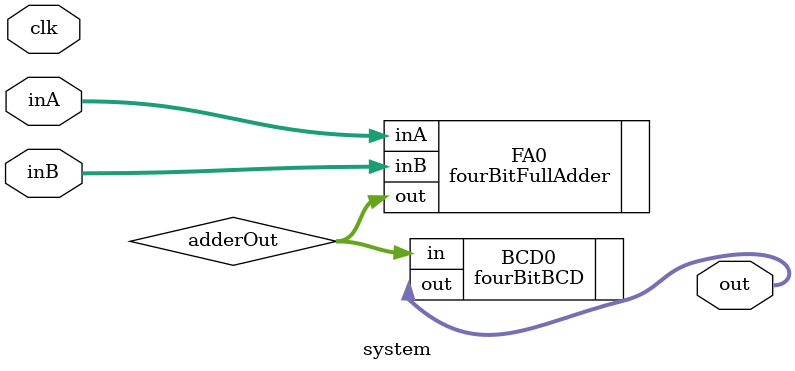
<source format=v>
module system(clk, inA, inB, out);
	input clk;
	input[3:0]inA, inB;
	
	output[6:0]out;
	
	wire [3:0]adderOut;
	
	fourBitFullAdder FA0(.inA(inA), .inB(inB), .out(adderOut));
	
	fourBitBCD BCD0(.in(adderOut), .out(out));
	
endmodule
</source>
